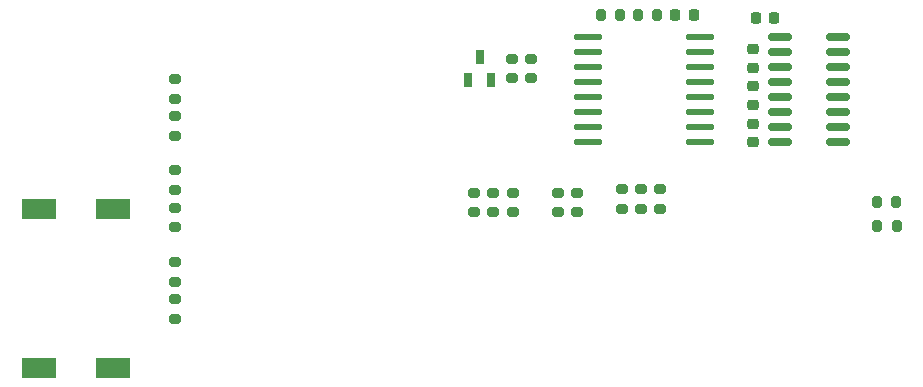
<source format=gbr>
%TF.GenerationSoftware,KiCad,Pcbnew,6.0.9-8da3e8f707~117~ubuntu20.04.1*%
%TF.CreationDate,2023-02-11T13:52:53-08:00*%
%TF.ProjectId,PDB,5044422e-6b69-4636-9164-5f7063625858,rev?*%
%TF.SameCoordinates,Original*%
%TF.FileFunction,Paste,Top*%
%TF.FilePolarity,Positive*%
%FSLAX46Y46*%
G04 Gerber Fmt 4.6, Leading zero omitted, Abs format (unit mm)*
G04 Created by KiCad (PCBNEW 6.0.9-8da3e8f707~117~ubuntu20.04.1) date 2023-02-11 13:52:53*
%MOMM*%
%LPD*%
G01*
G04 APERTURE LIST*
G04 Aperture macros list*
%AMRoundRect*
0 Rectangle with rounded corners*
0 $1 Rounding radius*
0 $2 $3 $4 $5 $6 $7 $8 $9 X,Y pos of 4 corners*
0 Add a 4 corners polygon primitive as box body*
4,1,4,$2,$3,$4,$5,$6,$7,$8,$9,$2,$3,0*
0 Add four circle primitives for the rounded corners*
1,1,$1+$1,$2,$3*
1,1,$1+$1,$4,$5*
1,1,$1+$1,$6,$7*
1,1,$1+$1,$8,$9*
0 Add four rect primitives between the rounded corners*
20,1,$1+$1,$2,$3,$4,$5,0*
20,1,$1+$1,$4,$5,$6,$7,0*
20,1,$1+$1,$6,$7,$8,$9,0*
20,1,$1+$1,$8,$9,$2,$3,0*%
G04 Aperture macros list end*
%ADD10RoundRect,0.200000X0.275000X-0.200000X0.275000X0.200000X-0.275000X0.200000X-0.275000X-0.200000X0*%
%ADD11RoundRect,0.225000X0.225000X0.250000X-0.225000X0.250000X-0.225000X-0.250000X0.225000X-0.250000X0*%
%ADD12RoundRect,0.200000X-0.275000X0.200000X-0.275000X-0.200000X0.275000X-0.200000X0.275000X0.200000X0*%
%ADD13RoundRect,0.225000X0.250000X-0.225000X0.250000X0.225000X-0.250000X0.225000X-0.250000X-0.225000X0*%
%ADD14R,2.921000X1.651000*%
%ADD15O,2.401000X0.574000*%
%ADD16RoundRect,0.200000X-0.200000X-0.275000X0.200000X-0.275000X0.200000X0.275000X-0.200000X0.275000X0*%
%ADD17R,0.700000X1.250000*%
%ADD18RoundRect,0.225000X-0.225000X-0.250000X0.225000X-0.250000X0.225000X0.250000X-0.225000X0.250000X0*%
%ADD19RoundRect,0.150000X-0.825000X-0.150000X0.825000X-0.150000X0.825000X0.150000X-0.825000X0.150000X0*%
%ADD20RoundRect,0.225000X-0.250000X0.225000X-0.250000X-0.225000X0.250000X-0.225000X0.250000X0.225000X0*%
G04 APERTURE END LIST*
D10*
%TO.C,R11*%
X134645400Y-87007200D03*
X134645400Y-85357200D03*
%TD*%
%TO.C,R7*%
X118872000Y-87312000D03*
X118872000Y-85662000D03*
%TD*%
%TO.C,R6*%
X93599000Y-77723000D03*
X93599000Y-76073000D03*
%TD*%
D11*
%TO.C,C3*%
X144335800Y-70891400D03*
X142785800Y-70891400D03*
%TD*%
D12*
%TO.C,R12*%
X125984000Y-85662000D03*
X125984000Y-87312000D03*
%TD*%
D10*
%TO.C,R2*%
X93599000Y-93218000D03*
X93599000Y-91568000D03*
%TD*%
D13*
%TO.C,C5*%
X142544800Y-78219600D03*
X142544800Y-76669600D03*
%TD*%
D12*
%TO.C,R5*%
X93599000Y-79185000D03*
X93599000Y-80835000D03*
%TD*%
%TO.C,R3*%
X93599000Y-83757000D03*
X93599000Y-85407000D03*
%TD*%
D14*
%TO.C,F1*%
X82092800Y-100507800D03*
X88315800Y-100507800D03*
X82092800Y-87045800D03*
X88315800Y-87045800D03*
%TD*%
D10*
%TO.C,R10*%
X133019800Y-87007200D03*
X133019800Y-85357200D03*
%TD*%
D12*
%TO.C,R14*%
X131394200Y-85357200D03*
X131394200Y-87007200D03*
%TD*%
D15*
%TO.C,U3*%
X128523800Y-72491600D03*
X128523800Y-73761600D03*
X128523800Y-75031600D03*
X128523800Y-76301600D03*
X128523800Y-77571600D03*
X128523800Y-78841600D03*
X128523800Y-80111600D03*
X128523800Y-81381600D03*
X138023800Y-81381600D03*
X138023800Y-80111600D03*
X138023800Y-78841600D03*
X138023800Y-77571600D03*
X138023800Y-76301600D03*
X138023800Y-75031600D03*
X138023800Y-73761600D03*
X138023800Y-72491600D03*
%TD*%
D16*
%TO.C,R20*%
X132779000Y-70612000D03*
X134429000Y-70612000D03*
%TD*%
%TO.C,R17*%
X153048200Y-88493600D03*
X154698200Y-88493600D03*
%TD*%
D13*
%TO.C,C4*%
X142547800Y-75070000D03*
X142547800Y-73520000D03*
%TD*%
D10*
%TO.C,R1*%
X93599000Y-96330000D03*
X93599000Y-94680000D03*
%TD*%
D17*
%TO.C,Q1*%
X118432500Y-76151000D03*
X120332500Y-76151000D03*
X119382500Y-74151000D03*
%TD*%
D16*
%TO.C,R19*%
X129629400Y-70612000D03*
X131279400Y-70612000D03*
%TD*%
D18*
%TO.C,C7*%
X135953200Y-70612000D03*
X137503200Y-70612000D03*
%TD*%
D10*
%TO.C,R4*%
X93599000Y-88582000D03*
X93599000Y-86932000D03*
%TD*%
%TO.C,R15*%
X122097800Y-75983600D03*
X122097800Y-74333600D03*
%TD*%
%TO.C,R9*%
X122174000Y-87312000D03*
X122174000Y-85662000D03*
%TD*%
D12*
%TO.C,R13*%
X127635000Y-85662000D03*
X127635000Y-87312000D03*
%TD*%
D19*
%TO.C,U2*%
X144808400Y-72491600D03*
X144808400Y-73761600D03*
X144808400Y-75031600D03*
X144808400Y-76301600D03*
X144808400Y-77571600D03*
X144808400Y-78841600D03*
X144808400Y-80111600D03*
X144808400Y-81381600D03*
X149758400Y-81381600D03*
X149758400Y-80111600D03*
X149758400Y-78841600D03*
X149758400Y-77571600D03*
X149758400Y-76301600D03*
X149758400Y-75031600D03*
X149758400Y-73761600D03*
X149758400Y-72491600D03*
%TD*%
D10*
%TO.C,R16*%
X123748800Y-75983600D03*
X123748800Y-74333600D03*
%TD*%
D20*
%TO.C,C6*%
X142544800Y-79819200D03*
X142544800Y-81369200D03*
%TD*%
D16*
%TO.C,R18*%
X153022800Y-86487000D03*
X154672800Y-86487000D03*
%TD*%
D10*
%TO.C,R8*%
X120523000Y-87312000D03*
X120523000Y-85662000D03*
%TD*%
M02*

</source>
